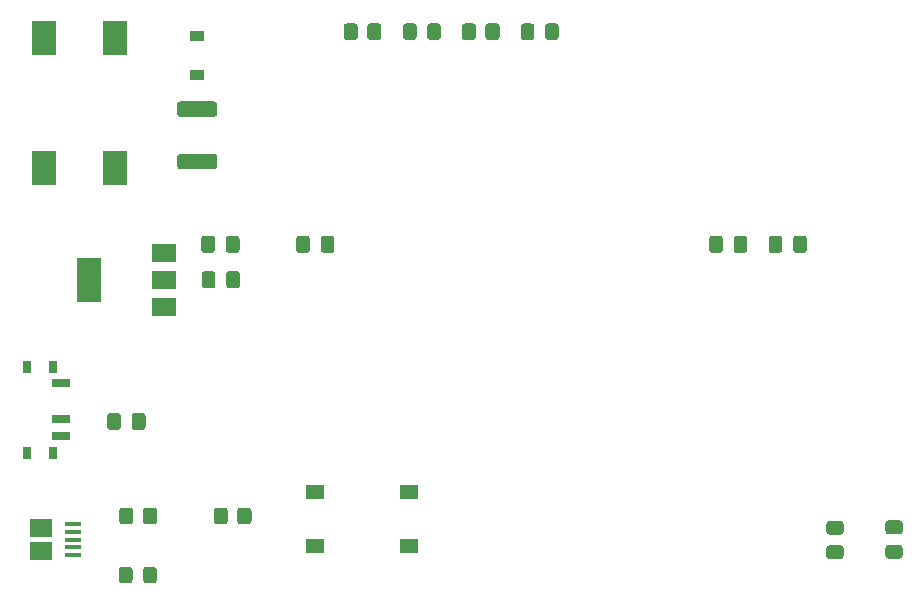
<source format=gbr>
%TF.GenerationSoftware,KiCad,Pcbnew,(5.1.9)-1*%
%TF.CreationDate,2021-06-11T11:12:06+10:00*%
%TF.ProjectId,AVRDevBoard,41565244-6576-4426-9f61-72642e6b6963,rev?*%
%TF.SameCoordinates,Original*%
%TF.FileFunction,Paste,Top*%
%TF.FilePolarity,Positive*%
%FSLAX46Y46*%
G04 Gerber Fmt 4.6, Leading zero omitted, Abs format (unit mm)*
G04 Created by KiCad (PCBNEW (5.1.9)-1) date 2021-06-11 11:12:06*
%MOMM*%
%LPD*%
G01*
G04 APERTURE LIST*
%ADD10R,1.200000X0.900000*%
%ADD11R,2.000000X3.000000*%
%ADD12R,1.900000X1.500000*%
%ADD13R,1.350000X0.400000*%
%ADD14R,1.500000X0.700000*%
%ADD15R,0.800000X1.000000*%
%ADD16R,1.550000X1.300000*%
%ADD17R,2.000000X3.800000*%
%ADD18R,2.000000X1.500000*%
G04 APERTURE END LIST*
%TO.C,C1*%
G36*
G01*
X39450000Y-113475000D02*
X39450000Y-112525000D01*
G75*
G02*
X39700000Y-112275000I250000J0D01*
G01*
X40375000Y-112275000D01*
G75*
G02*
X40625000Y-112525000I0J-250000D01*
G01*
X40625000Y-113475000D01*
G75*
G02*
X40375000Y-113725000I-250000J0D01*
G01*
X39700000Y-113725000D01*
G75*
G02*
X39450000Y-113475000I0J250000D01*
G01*
G37*
G36*
G01*
X37375000Y-113475000D02*
X37375000Y-112525000D01*
G75*
G02*
X37625000Y-112275000I250000J0D01*
G01*
X38300000Y-112275000D01*
G75*
G02*
X38550000Y-112525000I0J-250000D01*
G01*
X38550000Y-113475000D01*
G75*
G02*
X38300000Y-113725000I-250000J0D01*
G01*
X37625000Y-113725000D01*
G75*
G02*
X37375000Y-113475000I0J250000D01*
G01*
G37*
%TD*%
%TO.C,C2*%
G36*
G01*
X47412500Y-98475000D02*
X47412500Y-97525000D01*
G75*
G02*
X47662500Y-97275000I250000J0D01*
G01*
X48337500Y-97275000D01*
G75*
G02*
X48587500Y-97525000I0J-250000D01*
G01*
X48587500Y-98475000D01*
G75*
G02*
X48337500Y-98725000I-250000J0D01*
G01*
X47662500Y-98725000D01*
G75*
G02*
X47412500Y-98475000I0J250000D01*
G01*
G37*
G36*
G01*
X45337500Y-98475000D02*
X45337500Y-97525000D01*
G75*
G02*
X45587500Y-97275000I250000J0D01*
G01*
X46262500Y-97275000D01*
G75*
G02*
X46512500Y-97525000I0J-250000D01*
G01*
X46512500Y-98475000D01*
G75*
G02*
X46262500Y-98725000I-250000J0D01*
G01*
X45587500Y-98725000D01*
G75*
G02*
X45337500Y-98475000I0J250000D01*
G01*
G37*
%TD*%
%TO.C,C3*%
G36*
G01*
X45375000Y-101475000D02*
X45375000Y-100525000D01*
G75*
G02*
X45625000Y-100275000I250000J0D01*
G01*
X46300000Y-100275000D01*
G75*
G02*
X46550000Y-100525000I0J-250000D01*
G01*
X46550000Y-101475000D01*
G75*
G02*
X46300000Y-101725000I-250000J0D01*
G01*
X45625000Y-101725000D01*
G75*
G02*
X45375000Y-101475000I0J250000D01*
G01*
G37*
G36*
G01*
X47450000Y-101475000D02*
X47450000Y-100525000D01*
G75*
G02*
X47700000Y-100275000I250000J0D01*
G01*
X48375000Y-100275000D01*
G75*
G02*
X48625000Y-100525000I0J-250000D01*
G01*
X48625000Y-101475000D01*
G75*
G02*
X48375000Y-101725000I-250000J0D01*
G01*
X47700000Y-101725000D01*
G75*
G02*
X47450000Y-101475000I0J250000D01*
G01*
G37*
%TD*%
%TO.C,C4*%
G36*
G01*
X98525000Y-121412500D02*
X99475000Y-121412500D01*
G75*
G02*
X99725000Y-121662500I0J-250000D01*
G01*
X99725000Y-122337500D01*
G75*
G02*
X99475000Y-122587500I-250000J0D01*
G01*
X98525000Y-122587500D01*
G75*
G02*
X98275000Y-122337500I0J250000D01*
G01*
X98275000Y-121662500D01*
G75*
G02*
X98525000Y-121412500I250000J0D01*
G01*
G37*
G36*
G01*
X98525000Y-123487500D02*
X99475000Y-123487500D01*
G75*
G02*
X99725000Y-123737500I0J-250000D01*
G01*
X99725000Y-124412500D01*
G75*
G02*
X99475000Y-124662500I-250000J0D01*
G01*
X98525000Y-124662500D01*
G75*
G02*
X98275000Y-124412500I0J250000D01*
G01*
X98275000Y-123737500D01*
G75*
G02*
X98525000Y-123487500I250000J0D01*
G01*
G37*
%TD*%
%TO.C,C5*%
G36*
G01*
X103525000Y-123450000D02*
X104475000Y-123450000D01*
G75*
G02*
X104725000Y-123700000I0J-250000D01*
G01*
X104725000Y-124375000D01*
G75*
G02*
X104475000Y-124625000I-250000J0D01*
G01*
X103525000Y-124625000D01*
G75*
G02*
X103275000Y-124375000I0J250000D01*
G01*
X103275000Y-123700000D01*
G75*
G02*
X103525000Y-123450000I250000J0D01*
G01*
G37*
G36*
G01*
X103525000Y-121375000D02*
X104475000Y-121375000D01*
G75*
G02*
X104725000Y-121625000I0J-250000D01*
G01*
X104725000Y-122300000D01*
G75*
G02*
X104475000Y-122550000I-250000J0D01*
G01*
X103525000Y-122550000D01*
G75*
G02*
X103275000Y-122300000I0J250000D01*
G01*
X103275000Y-121625000D01*
G75*
G02*
X103525000Y-121375000I250000J0D01*
G01*
G37*
%TD*%
%TO.C,C6*%
G36*
G01*
X93375000Y-98475000D02*
X93375000Y-97525000D01*
G75*
G02*
X93625000Y-97275000I250000J0D01*
G01*
X94300000Y-97275000D01*
G75*
G02*
X94550000Y-97525000I0J-250000D01*
G01*
X94550000Y-98475000D01*
G75*
G02*
X94300000Y-98725000I-250000J0D01*
G01*
X93625000Y-98725000D01*
G75*
G02*
X93375000Y-98475000I0J250000D01*
G01*
G37*
G36*
G01*
X95450000Y-98475000D02*
X95450000Y-97525000D01*
G75*
G02*
X95700000Y-97275000I250000J0D01*
G01*
X96375000Y-97275000D01*
G75*
G02*
X96625000Y-97525000I0J-250000D01*
G01*
X96625000Y-98475000D01*
G75*
G02*
X96375000Y-98725000I-250000J0D01*
G01*
X95700000Y-98725000D01*
G75*
G02*
X95450000Y-98475000I0J250000D01*
G01*
G37*
%TD*%
%TO.C,C7*%
G36*
G01*
X91587500Y-97525000D02*
X91587500Y-98475000D01*
G75*
G02*
X91337500Y-98725000I-250000J0D01*
G01*
X90662500Y-98725000D01*
G75*
G02*
X90412500Y-98475000I0J250000D01*
G01*
X90412500Y-97525000D01*
G75*
G02*
X90662500Y-97275000I250000J0D01*
G01*
X91337500Y-97275000D01*
G75*
G02*
X91587500Y-97525000I0J-250000D01*
G01*
G37*
G36*
G01*
X89512500Y-97525000D02*
X89512500Y-98475000D01*
G75*
G02*
X89262500Y-98725000I-250000J0D01*
G01*
X88587500Y-98725000D01*
G75*
G02*
X88337500Y-98475000I0J250000D01*
G01*
X88337500Y-97525000D01*
G75*
G02*
X88587500Y-97275000I250000J0D01*
G01*
X89262500Y-97275000D01*
G75*
G02*
X89512500Y-97525000I0J-250000D01*
G01*
G37*
%TD*%
%TO.C,C8*%
G36*
G01*
X54550000Y-97525000D02*
X54550000Y-98475000D01*
G75*
G02*
X54300000Y-98725000I-250000J0D01*
G01*
X53625000Y-98725000D01*
G75*
G02*
X53375000Y-98475000I0J250000D01*
G01*
X53375000Y-97525000D01*
G75*
G02*
X53625000Y-97275000I250000J0D01*
G01*
X54300000Y-97275000D01*
G75*
G02*
X54550000Y-97525000I0J-250000D01*
G01*
G37*
G36*
G01*
X56625000Y-97525000D02*
X56625000Y-98475000D01*
G75*
G02*
X56375000Y-98725000I-250000J0D01*
G01*
X55700000Y-98725000D01*
G75*
G02*
X55450000Y-98475000I0J250000D01*
G01*
X55450000Y-97525000D01*
G75*
G02*
X55700000Y-97275000I250000J0D01*
G01*
X56375000Y-97275000D01*
G75*
G02*
X56625000Y-97525000I0J-250000D01*
G01*
G37*
%TD*%
D10*
%TO.C,D1*%
X45000000Y-83650000D03*
X45000000Y-80350000D03*
%TD*%
%TO.C,D2*%
G36*
G01*
X65625000Y-79549999D02*
X65625000Y-80450001D01*
G75*
G02*
X65375001Y-80700000I-249999J0D01*
G01*
X64724999Y-80700000D01*
G75*
G02*
X64475000Y-80450001I0J249999D01*
G01*
X64475000Y-79549999D01*
G75*
G02*
X64724999Y-79300000I249999J0D01*
G01*
X65375001Y-79300000D01*
G75*
G02*
X65625000Y-79549999I0J-249999D01*
G01*
G37*
G36*
G01*
X63575000Y-79549999D02*
X63575000Y-80450001D01*
G75*
G02*
X63325001Y-80700000I-249999J0D01*
G01*
X62674999Y-80700000D01*
G75*
G02*
X62425000Y-80450001I0J249999D01*
G01*
X62425000Y-79549999D01*
G75*
G02*
X62674999Y-79300000I249999J0D01*
G01*
X63325001Y-79300000D01*
G75*
G02*
X63575000Y-79549999I0J-249999D01*
G01*
G37*
%TD*%
%TO.C,D3*%
G36*
G01*
X73550000Y-79549999D02*
X73550000Y-80450001D01*
G75*
G02*
X73300001Y-80700000I-249999J0D01*
G01*
X72649999Y-80700000D01*
G75*
G02*
X72400000Y-80450001I0J249999D01*
G01*
X72400000Y-79549999D01*
G75*
G02*
X72649999Y-79300000I249999J0D01*
G01*
X73300001Y-79300000D01*
G75*
G02*
X73550000Y-79549999I0J-249999D01*
G01*
G37*
G36*
G01*
X75600000Y-79549999D02*
X75600000Y-80450001D01*
G75*
G02*
X75350001Y-80700000I-249999J0D01*
G01*
X74699999Y-80700000D01*
G75*
G02*
X74450000Y-80450001I0J249999D01*
G01*
X74450000Y-79549999D01*
G75*
G02*
X74699999Y-79300000I249999J0D01*
G01*
X75350001Y-79300000D01*
G75*
G02*
X75600000Y-79549999I0J-249999D01*
G01*
G37*
%TD*%
%TO.C,D4*%
G36*
G01*
X38375000Y-126450001D02*
X38375000Y-125549999D01*
G75*
G02*
X38624999Y-125300000I249999J0D01*
G01*
X39275001Y-125300000D01*
G75*
G02*
X39525000Y-125549999I0J-249999D01*
G01*
X39525000Y-126450001D01*
G75*
G02*
X39275001Y-126700000I-249999J0D01*
G01*
X38624999Y-126700000D01*
G75*
G02*
X38375000Y-126450001I0J249999D01*
G01*
G37*
G36*
G01*
X40425000Y-126450001D02*
X40425000Y-125549999D01*
G75*
G02*
X40674999Y-125300000I249999J0D01*
G01*
X41325001Y-125300000D01*
G75*
G02*
X41575000Y-125549999I0J-249999D01*
G01*
X41575000Y-126450001D01*
G75*
G02*
X41325001Y-126700000I-249999J0D01*
G01*
X40674999Y-126700000D01*
G75*
G02*
X40425000Y-126450001I0J249999D01*
G01*
G37*
%TD*%
%TO.C,F1*%
G36*
G01*
X43550000Y-85900000D02*
X46450000Y-85900000D01*
G75*
G02*
X46700000Y-86150000I0J-250000D01*
G01*
X46700000Y-86950000D01*
G75*
G02*
X46450000Y-87200000I-250000J0D01*
G01*
X43550000Y-87200000D01*
G75*
G02*
X43300000Y-86950000I0J250000D01*
G01*
X43300000Y-86150000D01*
G75*
G02*
X43550000Y-85900000I250000J0D01*
G01*
G37*
G36*
G01*
X43550000Y-90350000D02*
X46450000Y-90350000D01*
G75*
G02*
X46700000Y-90600000I0J-250000D01*
G01*
X46700000Y-91400000D01*
G75*
G02*
X46450000Y-91650000I-250000J0D01*
G01*
X43550000Y-91650000D01*
G75*
G02*
X43300000Y-91400000I0J250000D01*
G01*
X43300000Y-90600000D01*
G75*
G02*
X43550000Y-90350000I250000J0D01*
G01*
G37*
%TD*%
D11*
%TO.C,J9*%
X32000000Y-80500000D03*
X38000000Y-80500000D03*
X38000000Y-91500000D03*
X32000000Y-91500000D03*
%TD*%
D12*
%TO.C,J10*%
X31762500Y-124000000D03*
D13*
X34462500Y-122350000D03*
X34462500Y-121700000D03*
X34462500Y-124300000D03*
X34462500Y-123650000D03*
X34462500Y-123000000D03*
D12*
X31762500Y-122000000D03*
%TD*%
%TO.C,R1*%
G36*
G01*
X47600000Y-120549999D02*
X47600000Y-121450001D01*
G75*
G02*
X47350001Y-121700000I-249999J0D01*
G01*
X46649999Y-121700000D01*
G75*
G02*
X46400000Y-121450001I0J249999D01*
G01*
X46400000Y-120549999D01*
G75*
G02*
X46649999Y-120300000I249999J0D01*
G01*
X47350001Y-120300000D01*
G75*
G02*
X47600000Y-120549999I0J-249999D01*
G01*
G37*
G36*
G01*
X49600000Y-120549999D02*
X49600000Y-121450001D01*
G75*
G02*
X49350001Y-121700000I-249999J0D01*
G01*
X48649999Y-121700000D01*
G75*
G02*
X48400000Y-121450001I0J249999D01*
G01*
X48400000Y-120549999D01*
G75*
G02*
X48649999Y-120300000I249999J0D01*
G01*
X49350001Y-120300000D01*
G75*
G02*
X49600000Y-120549999I0J-249999D01*
G01*
G37*
%TD*%
%TO.C,R2*%
G36*
G01*
X60600000Y-79549999D02*
X60600000Y-80450001D01*
G75*
G02*
X60350001Y-80700000I-249999J0D01*
G01*
X59649999Y-80700000D01*
G75*
G02*
X59400000Y-80450001I0J249999D01*
G01*
X59400000Y-79549999D01*
G75*
G02*
X59649999Y-79300000I249999J0D01*
G01*
X60350001Y-79300000D01*
G75*
G02*
X60600000Y-79549999I0J-249999D01*
G01*
G37*
G36*
G01*
X58600000Y-79549999D02*
X58600000Y-80450001D01*
G75*
G02*
X58350001Y-80700000I-249999J0D01*
G01*
X57649999Y-80700000D01*
G75*
G02*
X57400000Y-80450001I0J249999D01*
G01*
X57400000Y-79549999D01*
G75*
G02*
X57649999Y-79300000I249999J0D01*
G01*
X58350001Y-79300000D01*
G75*
G02*
X58600000Y-79549999I0J-249999D01*
G01*
G37*
%TD*%
%TO.C,R3*%
G36*
G01*
X68600000Y-79549999D02*
X68600000Y-80450001D01*
G75*
G02*
X68350001Y-80700000I-249999J0D01*
G01*
X67649999Y-80700000D01*
G75*
G02*
X67400000Y-80450001I0J249999D01*
G01*
X67400000Y-79549999D01*
G75*
G02*
X67649999Y-79300000I249999J0D01*
G01*
X68350001Y-79300000D01*
G75*
G02*
X68600000Y-79549999I0J-249999D01*
G01*
G37*
G36*
G01*
X70600000Y-79549999D02*
X70600000Y-80450001D01*
G75*
G02*
X70350001Y-80700000I-249999J0D01*
G01*
X69649999Y-80700000D01*
G75*
G02*
X69400000Y-80450001I0J249999D01*
G01*
X69400000Y-79549999D01*
G75*
G02*
X69649999Y-79300000I249999J0D01*
G01*
X70350001Y-79300000D01*
G75*
G02*
X70600000Y-79549999I0J-249999D01*
G01*
G37*
%TD*%
%TO.C,R4*%
G36*
G01*
X41600000Y-120549999D02*
X41600000Y-121450001D01*
G75*
G02*
X41350001Y-121700000I-249999J0D01*
G01*
X40649999Y-121700000D01*
G75*
G02*
X40400000Y-121450001I0J249999D01*
G01*
X40400000Y-120549999D01*
G75*
G02*
X40649999Y-120300000I249999J0D01*
G01*
X41350001Y-120300000D01*
G75*
G02*
X41600000Y-120549999I0J-249999D01*
G01*
G37*
G36*
G01*
X39600000Y-120549999D02*
X39600000Y-121450001D01*
G75*
G02*
X39350001Y-121700000I-249999J0D01*
G01*
X38649999Y-121700000D01*
G75*
G02*
X38400000Y-121450001I0J249999D01*
G01*
X38400000Y-120549999D01*
G75*
G02*
X38649999Y-120300000I249999J0D01*
G01*
X39350001Y-120300000D01*
G75*
G02*
X39600000Y-120549999I0J-249999D01*
G01*
G37*
%TD*%
D14*
%TO.C,SW1*%
X33430000Y-109750000D03*
X33430000Y-112750000D03*
X33430000Y-114250000D03*
D15*
X30570000Y-108350000D03*
X30570000Y-115650000D03*
X32780000Y-115650000D03*
X32780000Y-108350000D03*
%TD*%
D16*
%TO.C,RESET*%
X55000000Y-123500000D03*
X55000000Y-119000000D03*
X62950000Y-119000000D03*
X62950000Y-123500000D03*
%TD*%
D17*
%TO.C,U1*%
X35850000Y-101000000D03*
D18*
X42150000Y-101000000D03*
X42150000Y-98700000D03*
X42150000Y-103300000D03*
%TD*%
M02*

</source>
